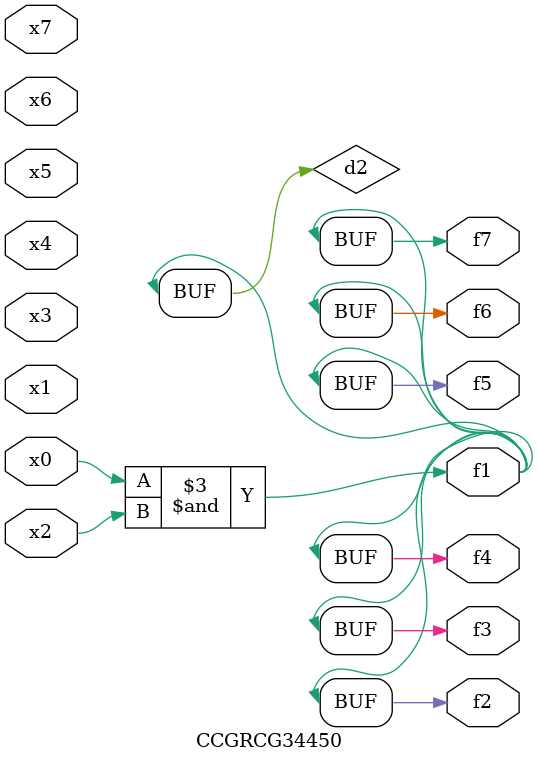
<source format=v>
module CCGRCG34450(
	input x0, x1, x2, x3, x4, x5, x6, x7,
	output f1, f2, f3, f4, f5, f6, f7
);

	wire d1, d2;

	nor (d1, x3, x6);
	and (d2, x0, x2);
	assign f1 = d2;
	assign f2 = d2;
	assign f3 = d2;
	assign f4 = d2;
	assign f5 = d2;
	assign f6 = d2;
	assign f7 = d2;
endmodule

</source>
